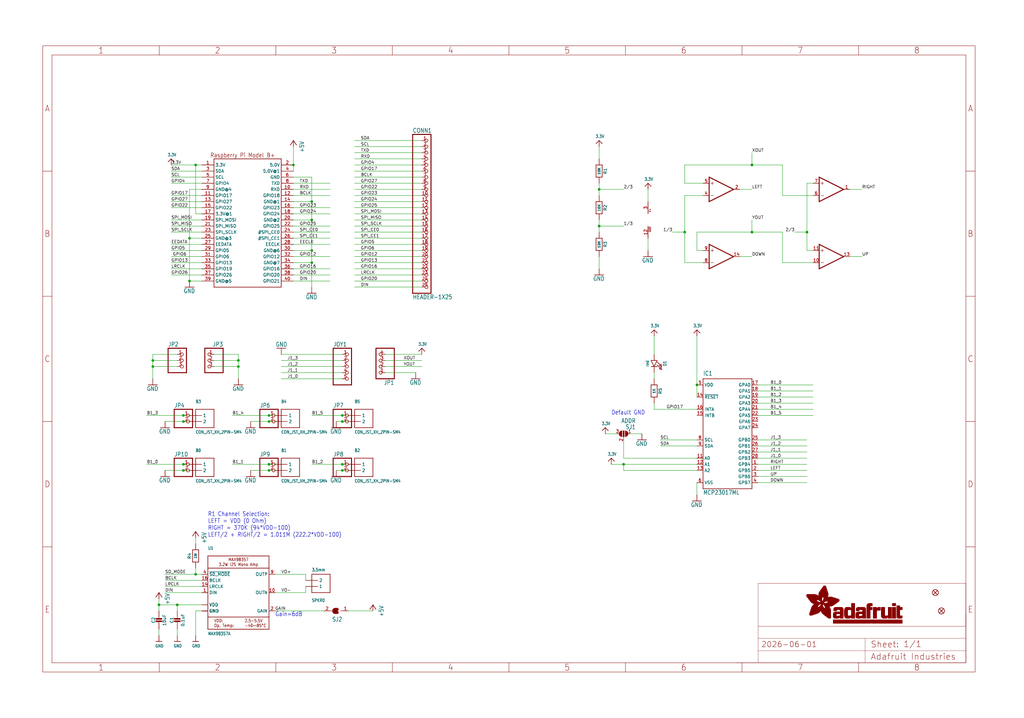
<source format=kicad_sch>
(kicad_sch (version 20230121) (generator eeschema)
  (paper "User" 425.45 298.602)
  (lib_symbols
    (symbol "working-eagle-import:+5V" (power)
      (property "Value" "+5V" (at -2.54 -5.08 90))
      (symbol "+5V_1_0"
        (pin power_in line (at 0 -2.54 90) (length 2.54) (name "+5V") (number "1"))
      )
    )
    (symbol "working-eagle-import:3.3V" (power)
      (property "Value" "3.3V" (at -1.524 1.016 0))
      (symbol "3.3V_1_0"
        (pin power_in line (at 0 -2.54 90) (length 2.54) (name "3.3V") (number "1"))
      )
    )
    (symbol "working-eagle-import:AUDIOAMP_MAX98357"
      (property "Reference" "U" (at -12.7 17.78 0))
      (symbol "AUDIOAMP_MAX98357_1_0"
        (text "2.5-5.5V\n-40~~85°C" (at 2.54 -12.7 0) (effects (font (size 1.27 1.0795)) (justify left)))
        (text "MAX98357\n3.2W I2S Mono Amp" (at 0 12.7 0) (effects (font (size 1.27 1.0795))))
        (text "VDD:\nOp. Temp:" (at -10.16 -12.7 0) (effects (font (size 1.27 1.0795)) (justify left)))
        (pin bidirectional line (at -15.24 0 0) (length 2.54) (name "DIN") (number "1"))
        (pin output line (at 15.24 0 180) (length 2.54) (name "OUTN") (number "10"))
        (pin power_in line (at -15.24 -7.62 0) (length 2.54) (name "GND") (number "11"))
        (pin bidirectional line (at -15.24 2.54 0) (length 2.54) (name "LRCLK") (number "14"))
        (pin power_in line (at -15.24 -7.62 0) (length 2.54) (name "GND") (number "15"))
        (pin bidirectional line (at -15.24 5.08 0) (length 2.54) (name "BCLK") (number "16"))
        (pin bidirectional line (at 15.24 -7.62 180) (length 2.54) (name "GAIN") (number "2"))
        (pin power_in line (at -15.24 -7.62 0) (length 2.54) (name "GND") (number "3"))
        (pin bidirectional line (at -15.24 7.62 0) (length 2.54) (name "~{SD_MODE}") (number "4"))
        (pin power_in line (at -15.24 -5.08 0) (length 2.54) (name "VDD") (number "7"))
        (pin power_in line (at -15.24 -5.08 0) (length 2.54) (name "VDD") (number "8"))
        (pin output line (at 15.24 7.62 180) (length 2.54) (name "OUTP") (number "9"))
        (pin power_in line (at -15.24 -7.62 0) (length 2.54) (name "GND") (number "THERMAL"))
      )
    )
    (symbol "working-eagle-import:CAP_CERAMIC0603_NO"
      (property "Reference" "C" (at -2.29 1.25 90))
      (symbol "CAP_CERAMIC0603_NO_1_0"
        (pin passive line (at 0 5.08 270) (length 2.54) (name "1") (number "1"))
        (pin passive line (at 0 -2.54 90) (length 2.54) (name "2") (number "2"))
      )
    )
    (symbol "working-eagle-import:CAP_CERAMIC0805-NOOUTLINE"
      (property "Reference" "C" (at -2.29 1.25 90))
      (symbol "CAP_CERAMIC0805-NOOUTLINE_1_0"
        (pin passive line (at 0 5.08 270) (length 2.54) (name "1") (number "1"))
        (pin passive line (at 0 -2.54 90) (length 2.54) (name "2") (number "2"))
      )
    )
    (symbol "working-eagle-import:CON_JST_XH_2PIN-SM4"
      (property "Reference" "X" (at -2.54 7.62 0))
      (symbol "CON_JST_XH_2PIN-SM4_1_0"
        (pin passive line (at -5.08 2.54 0) (length 5.08) (name "1") (number "1"))
        (pin passive line (at -5.08 0 0) (length 5.08) (name "2") (number "2"))
      )
    )
    (symbol "working-eagle-import:FIDUCIAL{dblquote}{dblquote}")
    (symbol "working-eagle-import:FRAME_A3_ADAFRUIT"
      (symbol "FRAME_A3_ADAFRUIT_1_0"
        (text "${#}/${##}" (at 357.505 10.16 0) (effects (font (size 2.54 2.54)) (justify left bottom)))
        (text "${CURRENT_DATE}" (at 298.45 10.16 0) (effects (font (size 2.286 2.286)) (justify left bottom)))
        (text "${PROJECTNAME}" (at 298.45 15.24 0) (effects (font (size 2.54 2.54)) (justify left bottom)))
        (text "1" (at 24.2094 1.905 0) (effects (font (size 2.54 2.286))))
        (text "1" (at 24.2094 258.445 0) (effects (font (size 2.54 2.286))))
        (text "2" (at 72.6281 1.905 0) (effects (font (size 2.54 2.286))))
        (text "2" (at 72.6281 258.445 0) (effects (font (size 2.54 2.286))))
        (text "3" (at 121.0469 1.905 0) (effects (font (size 2.54 2.286))))
        (text "3" (at 121.0469 258.445 0) (effects (font (size 2.54 2.286))))
        (text "4" (at 169.4656 1.905 0) (effects (font (size 2.54 2.286))))
        (text "4" (at 169.4656 258.445 0) (effects (font (size 2.54 2.286))))
        (text "5" (at 217.8844 1.905 0) (effects (font (size 2.54 2.286))))
        (text "5" (at 217.8844 258.445 0) (effects (font (size 2.54 2.286))))
        (text "6" (at 266.3031 1.905 0) (effects (font (size 2.54 2.286))))
        (text "6" (at 266.3031 258.445 0) (effects (font (size 2.54 2.286))))
        (text "7" (at 314.7219 1.905 0) (effects (font (size 2.54 2.286))))
        (text "7" (at 314.7219 258.445 0) (effects (font (size 2.54 2.286))))
        (text "8" (at 363.1406 1.905 0) (effects (font (size 2.54 2.286))))
        (text "8" (at 363.1406 258.445 0) (effects (font (size 2.54 2.286))))
        (text "A" (at 1.905 234.315 0) (effects (font (size 2.54 2.286))))
        (text "A" (at 385.445 234.315 0) (effects (font (size 2.54 2.286))))
        (text "Adafruit Industries" (at 343.916 4.953 0) (effects (font (size 2.54 2.54)) (justify left bottom)))
        (text "B" (at 1.905 182.245 0) (effects (font (size 2.54 2.286))))
        (text "B" (at 385.445 182.245 0) (effects (font (size 2.54 2.286))))
        (text "C" (at 1.905 130.175 0) (effects (font (size 2.54 2.286))))
        (text "C" (at 385.445 130.175 0) (effects (font (size 2.54 2.286))))
        (text "D" (at 1.905 78.105 0) (effects (font (size 2.54 2.286))))
        (text "D" (at 385.445 78.105 0) (effects (font (size 2.54 2.286))))
        (text "E" (at 1.905 26.035 0) (effects (font (size 2.54 2.286))))
        (text "E" (at 385.445 26.035 0) (effects (font (size 2.54 2.286))))
        (text "Sheet:" (at 343.916 10.033 0) (effects (font (size 2.54 2.54)) (justify left bottom)))
      )
    )
    (symbol "working-eagle-import:GND" (power)
      (property "Value" "GND" (at -1.524 -2.54 0))
      (symbol "GND_1_0"
        (pin power_in line (at 0 2.54 270) (length 2.54) (name "GND") (number "1"))
      )
    )
    (symbol "working-eagle-import:HEADER-1X2"
      (property "Reference" "JP" (at -6.35 5.715 0))
      (symbol "HEADER-1X2_1_0"
        (pin passive inverted (at -2.54 2.54 0) (length 2.54) (name "1") (number "1"))
        (pin passive inverted (at -2.54 0 0) (length 2.54) (name "2") (number "2"))
      )
    )
    (symbol "working-eagle-import:HEADER-1X25"
      (property "Reference" "CONN" (at -3.81 33.655 0))
      (symbol "HEADER-1X25_1_0"
        (pin passive inverted (at 0 30.48 0) (length 2.54) (name "1") (number "1"))
        (pin passive inverted (at 0 7.62 0) (length 2.54) (name "10") (number "10"))
        (pin passive inverted (at 0 5.08 0) (length 2.54) (name "11") (number "11"))
        (pin passive inverted (at 0 2.54 0) (length 2.54) (name "12") (number "12"))
        (pin passive inverted (at 0 0 0) (length 2.54) (name "13") (number "13"))
        (pin passive inverted (at 0 -2.54 0) (length 2.54) (name "14") (number "14"))
        (pin passive inverted (at 0 -5.08 0) (length 2.54) (name "15") (number "15"))
        (pin passive inverted (at 0 -7.62 0) (length 2.54) (name "16") (number "16"))
        (pin passive inverted (at 0 -10.16 0) (length 2.54) (name "17") (number "17"))
        (pin passive inverted (at 0 -12.7 0) (length 2.54) (name "18") (number "18"))
        (pin passive inverted (at 0 -15.24 0) (length 2.54) (name "19") (number "19"))
        (pin passive inverted (at 0 27.94 0) (length 2.54) (name "2") (number "2"))
        (pin passive inverted (at 0 -17.78 0) (length 2.54) (name "20") (number "20"))
        (pin passive inverted (at 0 -20.32 0) (length 2.54) (name "21") (number "21"))
        (pin passive inverted (at 0 -22.86 0) (length 2.54) (name "22") (number "22"))
        (pin passive inverted (at 0 -25.4 0) (length 2.54) (name "23") (number "23"))
        (pin passive inverted (at 0 -27.94 0) (length 2.54) (name "24") (number "24"))
        (pin passive inverted (at 0 -30.48 0) (length 2.54) (name "25") (number "25"))
        (pin passive inverted (at 0 25.4 0) (length 2.54) (name "3") (number "3"))
        (pin passive inverted (at 0 22.86 0) (length 2.54) (name "4") (number "4"))
        (pin passive inverted (at 0 20.32 0) (length 2.54) (name "5") (number "5"))
        (pin passive inverted (at 0 17.78 0) (length 2.54) (name "6") (number "6"))
        (pin passive inverted (at 0 15.24 0) (length 2.54) (name "7") (number "7"))
        (pin passive inverted (at 0 12.7 0) (length 2.54) (name "8") (number "8"))
        (pin passive inverted (at 0 10.16 0) (length 2.54) (name "9") (number "9"))
      )
    )
    (symbol "working-eagle-import:HEADER-1X3ROUND"
      (property "Reference" "JP" (at -6.35 5.715 0))
      (symbol "HEADER-1X3ROUND_1_0"
        (pin passive inverted (at -2.54 2.54 0) (length 2.54) (name "1") (number "1"))
        (pin passive inverted (at -2.54 0 0) (length 2.54) (name "2") (number "2"))
        (pin passive inverted (at -2.54 -2.54 0) (length 2.54) (name "3") (number "3"))
      )
    )
    (symbol "working-eagle-import:HEADER-1X4"
      (property "Reference" "JP" (at -6.35 8.255 0))
      (symbol "HEADER-1X4_1_0"
        (pin passive inverted (at -2.54 5.08 0) (length 2.54) (name "1") (number "1"))
        (pin passive inverted (at -2.54 2.54 0) (length 2.54) (name "2") (number "2"))
        (pin passive inverted (at -2.54 0 0) (length 2.54) (name "3") (number "3"))
        (pin passive inverted (at -2.54 -2.54 0) (length 2.54) (name "4") (number "4"))
      )
    )
    (symbol "working-eagle-import:HEADER-1X5"
      (property "Reference" "JP" (at -6.35 8.255 0))
      (symbol "HEADER-1X5_1_0"
        (pin passive inverted (at -2.54 5.08 0) (length 2.54) (name "1") (number "1"))
        (pin passive inverted (at -2.54 2.54 0) (length 2.54) (name "2") (number "2"))
        (pin passive inverted (at -2.54 0 0) (length 2.54) (name "3") (number "3"))
        (pin passive inverted (at -2.54 -2.54 0) (length 2.54) (name "4") (number "4"))
        (pin passive inverted (at -2.54 -5.08 0) (length 2.54) (name "5") (number "5"))
      )
    )
    (symbol "working-eagle-import:LED0805_NOOUTLINE"
      (property "Reference" "D" (at -1.27 4.445 0))
      (symbol "LED0805_NOOUTLINE_1_0"
        (pin passive line (at -5.08 0 0) (length 2.54) (name "A") (number "A"))
        (pin passive line (at 2.54 0 180) (length 2.54) (name "C") (number "C"))
      )
    )
    (symbol "working-eagle-import:LM339P"
      (symbol "LM339P_1_0"
        (text "GND" (at 1.27 -5.08 900) (effects (font (size 0.8128 0.6908)) (justify left bottom)))
        (text "V+" (at 1.27 3.175 900) (effects (font (size 0.8128 0.6908)) (justify left bottom)))
        (pin power_in line (at 0 -7.62 90) (length 5.08) (name "GND") (number "12"))
        (pin power_in line (at 0 7.62 270) (length 5.08) (name "V+") (number "3"))
      )
      (symbol "LM339P_2_0"
        (pin open_collector line (at 7.62 0 180) (length 2.54) (name "OUT") (number "2"))
        (pin input line (at -7.62 -2.54 0) (length 2.54) (name "-IN") (number "4"))
        (pin input line (at -7.62 2.54 0) (length 2.54) (name "+IN") (number "5"))
      )
      (symbol "LM339P_3_0"
        (pin open_collector line (at 7.62 0 180) (length 2.54) (name "OUT") (number "1"))
        (pin input line (at -7.62 -2.54 0) (length 2.54) (name "-IN") (number "6"))
        (pin input line (at -7.62 2.54 0) (length 2.54) (name "+IN") (number "7"))
      )
      (symbol "LM339P_4_0"
        (pin open_collector line (at 7.62 0 180) (length 2.54) (name "OUT") (number "14"))
        (pin input line (at -7.62 -2.54 0) (length 2.54) (name "-IN") (number "8"))
        (pin input line (at -7.62 2.54 0) (length 2.54) (name "+IN") (number "9"))
      )
      (symbol "LM339P_5_0"
        (pin input line (at -7.62 -2.54 0) (length 2.54) (name "-IN") (number "10"))
        (pin input line (at -7.62 2.54 0) (length 2.54) (name "+IN") (number "11"))
        (pin open_collector line (at 7.62 0 180) (length 2.54) (name "OUT") (number "13"))
      )
    )
    (symbol "working-eagle-import:MCP23017ML"
      (property "Reference" "IC" (at -10.16 24.13 0))
      (symbol "MCP23017ML_1_0"
        (pin bidirectional line (at 12.7 -12.7 180) (length 2.54) (name "GPB4") (number "1"))
        (pin input line (at -12.7 -10.16 0) (length 2.54) (name "A0") (number "11"))
        (pin input line (at -12.7 -12.7 0) (length 2.54) (name "A1") (number "12"))
        (pin input line (at -12.7 -15.24 0) (length 2.54) (name "A2") (number "13"))
        (pin input line (at -12.7 15.24 0) (length 2.54) (name "~{RESET}") (number "14"))
        (pin output line (at -12.7 7.62 0) (length 2.54) (name "INTB") (number "15"))
        (pin output line (at -12.7 10.16 0) (length 2.54) (name "INTA") (number "16"))
        (pin bidirectional line (at 12.7 20.32 180) (length 2.54) (name "GPA0") (number "17"))
        (pin bidirectional line (at 12.7 17.78 180) (length 2.54) (name "GPA1") (number "18"))
        (pin bidirectional line (at 12.7 15.24 180) (length 2.54) (name "GPA2") (number "19"))
        (pin bidirectional line (at 12.7 -15.24 180) (length 2.54) (name "GPB5") (number "2"))
        (pin bidirectional line (at 12.7 12.7 180) (length 2.54) (name "GPA3") (number "20"))
        (pin bidirectional line (at 12.7 10.16 180) (length 2.54) (name "GPA4") (number "21"))
        (pin bidirectional line (at 12.7 7.62 180) (length 2.54) (name "GPA5") (number "22"))
        (pin bidirectional line (at 12.7 5.08 180) (length 2.54) (name "GPA6") (number "23"))
        (pin bidirectional line (at 12.7 2.54 180) (length 2.54) (name "GPA7") (number "24"))
        (pin bidirectional line (at 12.7 -2.54 180) (length 2.54) (name "GPB0") (number "25"))
        (pin bidirectional line (at 12.7 -5.08 180) (length 2.54) (name "GPB1") (number "26"))
        (pin bidirectional line (at 12.7 -7.62 180) (length 2.54) (name "GPB2") (number "27"))
        (pin bidirectional line (at 12.7 -10.16 180) (length 2.54) (name "GPB3") (number "28"))
        (pin bidirectional line (at 12.7 -17.78 180) (length 2.54) (name "GPB6") (number "3"))
        (pin bidirectional line (at 12.7 -20.32 180) (length 2.54) (name "GPB7") (number "4"))
        (pin power_in line (at -12.7 20.32 0) (length 2.54) (name "VDD") (number "5"))
        (pin power_in line (at -12.7 -20.32 0) (length 2.54) (name "VSS") (number "6"))
        (pin input line (at -12.7 -2.54 0) (length 2.54) (name "SCL") (number "8"))
        (pin bidirectional line (at -12.7 -5.08 0) (length 2.54) (name "SDA") (number "9"))
      )
    )
    (symbol "working-eagle-import:RASPBERRYPI_BPLUS_PHAT"
      (symbol "RASPBERRYPI_BPLUS_PHAT_1_0"
        (text "Raspberry Pi Model B+" (at 12.7 25.4 0) (effects (font (size 1.778 1.5113)) (justify right top)))
        (pin power_in line (at -17.78 20.32 0) (length 5.08) (name "3.3V") (number "1"))
        (pin bidirectional line (at 20.32 10.16 180) (length 5.08) (name "RXD") (number "10"))
        (pin bidirectional line (at -17.78 7.62 0) (length 5.08) (name "GPIO17") (number "11"))
        (pin bidirectional line (at 20.32 7.62 180) (length 5.08) (name "GPIO18") (number "12"))
        (pin bidirectional line (at -17.78 5.08 0) (length 5.08) (name "GPIO27") (number "13"))
        (pin power_in line (at 20.32 5.08 180) (length 5.08) (name "GND@1") (number "14"))
        (pin bidirectional line (at -17.78 2.54 0) (length 5.08) (name "GPIO22") (number "15"))
        (pin bidirectional line (at 20.32 2.54 180) (length 5.08) (name "GPIO23") (number "16"))
        (pin power_in line (at -17.78 0 0) (length 5.08) (name "3.3V@1") (number "17"))
        (pin bidirectional line (at 20.32 0 180) (length 5.08) (name "GPIO24") (number "18"))
        (pin bidirectional line (at -17.78 -2.54 0) (length 5.08) (name "SPI_MOSI") (number "19"))
        (pin power_in line (at 20.32 20.32 180) (length 5.08) (name "5.0V") (number "2"))
        (pin power_in line (at 20.32 -2.54 180) (length 5.08) (name "GND@2") (number "20"))
        (pin bidirectional line (at -17.78 -5.08 0) (length 5.08) (name "SPI_MISO") (number "21"))
        (pin bidirectional line (at 20.32 -5.08 180) (length 5.08) (name "GPIO25") (number "22"))
        (pin bidirectional line (at -17.78 -7.62 0) (length 5.08) (name "SPI_SCLK") (number "23"))
        (pin bidirectional line (at 20.32 -7.62 180) (length 5.08) (name "#SPI_CE0") (number "24"))
        (pin power_in line (at -17.78 -10.16 0) (length 5.08) (name "GND@3") (number "25"))
        (pin bidirectional line (at 20.32 -10.16 180) (length 5.08) (name "#SPI_CE1") (number "26"))
        (pin bidirectional line (at -17.78 -12.7 0) (length 5.08) (name "EEDATA") (number "27"))
        (pin bidirectional line (at 20.32 -12.7 180) (length 5.08) (name "EECLK") (number "28"))
        (pin bidirectional line (at -17.78 -15.24 0) (length 5.08) (name "GPIO5") (number "29"))
        (pin bidirectional line (at -17.78 17.78 0) (length 5.08) (name "SDA") (number "3"))
        (pin power_in line (at 20.32 -15.24 180) (length 5.08) (name "GND@6") (number "30"))
        (pin bidirectional line (at -17.78 -17.78 0) (length 5.08) (name "GPIO6") (number "31"))
        (pin bidirectional line (at 20.32 -17.78 180) (length 5.08) (name "GPIO12") (number "32"))
        (pin bidirectional line (at -17.78 -20.32 0) (length 5.08) (name "GPIO13") (number "33"))
        (pin power_in line (at 20.32 -20.32 180) (length 5.08) (name "GND@7") (number "34"))
        (pin bidirectional line (at -17.78 -22.86 0) (length 5.08) (name "GPIO19") (number "35"))
        (pin bidirectional line (at 20.32 -22.86 180) (length 5.08) (name "GPIO16") (number "36"))
        (pin bidirectional line (at -17.78 -25.4 0) (length 5.08) (name "GPIO26") (number "37"))
        (pin bidirectional line (at 20.32 -25.4 180) (length 5.08) (name "GPIO20") (number "38"))
        (pin power_in line (at -17.78 -27.94 0) (length 5.08) (name "GND@5") (number "39"))
        (pin power_in line (at 20.32 17.78 180) (length 5.08) (name "5.0V@1") (number "4"))
        (pin bidirectional line (at 20.32 -27.94 180) (length 5.08) (name "GPIO21") (number "40"))
        (pin bidirectional line (at -17.78 15.24 0) (length 5.08) (name "SCL") (number "5"))
        (pin power_in line (at 20.32 15.24 180) (length 5.08) (name "GND") (number "6"))
        (pin bidirectional line (at -17.78 12.7 0) (length 5.08) (name "GPIO4") (number "7"))
        (pin bidirectional line (at 20.32 12.7 180) (length 5.08) (name "TXD") (number "8"))
        (pin power_in line (at -17.78 10.16 0) (length 5.08) (name "GND@4") (number "9"))
      )
    )
    (symbol "working-eagle-import:RESISTOR0805_10MGAP"
      (property "Reference" "R" (at 0 2.54 0))
      (symbol "RESISTOR0805_10MGAP_1_0"
        (pin passive line (at -5.08 0 0) (length 2.54) (name "1") (number "1"))
        (pin passive line (at 5.08 0 180) (length 2.54) (name "2") (number "2"))
      )
    )
    (symbol "working-eagle-import:RESISTOR0805_NOOUTLINE"
      (property "Reference" "R" (at 0 2.54 0))
      (symbol "RESISTOR0805_NOOUTLINE_1_0"
        (pin passive line (at -5.08 0 0) (length 2.54) (name "1") (number "1"))
        (pin passive line (at 5.08 0 180) (length 2.54) (name "2") (number "2"))
      )
    )
    (symbol "working-eagle-import:RESISTOR_0603_NOOUT"
      (property "Reference" "R" (at 0 2.54 0))
      (symbol "RESISTOR_0603_NOOUT_1_0"
        (pin passive line (at -5.08 0 0) (length 2.54) (name "1") (number "1"))
        (pin passive line (at 5.08 0 180) (length 2.54) (name "2") (number "2"))
      )
    )
    (symbol "working-eagle-import:SOLDERJUMPERCLOSED"
      (property "Reference" "SJ" (at -2.54 2.54 0))
      (symbol "SOLDERJUMPERCLOSED_1_0"
        (pin passive line (at -5.08 0 0) (length 2.54) (name "1") (number "1"))
        (pin passive line (at 5.08 0 180) (length 2.54) (name "2") (number "2"))
      )
    )
    (symbol "working-eagle-import:SOLDERJUMPER_2WAY"
      (property "Reference" "SJ" (at -5.08 -3.81 0))
      (symbol "SOLDERJUMPER_2WAY_1_0"
        (pin passive line (at -2.54 0 0) (length 0) (name "1") (number "1"))
        (pin passive line (at 0 2.54 270) (length 0) (name "2") (number "2"))
        (pin passive line (at 2.54 0 180) (length 0) (name "3") (number "3"))
      )
    )
    (symbol "working-eagle-import:TERMBLOCK_1X2"
      (property "Reference" "X" (at -2.54 7.62 0))
      (symbol "TERMBLOCK_1X2_1_0"
        (pin passive line (at -5.08 2.54 0) (length 5.08) (name "1") (number "1"))
        (pin passive line (at -5.08 0 0) (length 5.08) (name "2") (number "2"))
      )
    )
    (symbol "working-eagle-import:supply1_GND" (power)
      (property "Value" "supply1_GND" (at -2.54 -2.54 0))
      (symbol "supply1_GND_1_0"
        (pin power_in line (at 0 2.54 270) (length 2.54) (name "GND") (number "1"))
      )
    )
  )
  (junction (at 142.24 175.26))
  (junction (at 129.54 83.82))
  (junction (at 76.2 195.58))
  (junction (at 289.56 160.02))
  (junction (at 129.54 91.44))
  (junction (at 99.06 149.86))
  (junction (at 81.28 238.76))
  (junction (at 76.2 172.72))
  (junction (at 99.06 152.4))
  (junction (at 312.42 68.58))
  (junction (at 142.24 172.72))
  (junction (at 63.5 149.86))
  (junction (at 76.2 193.04))
  (junction (at 312.42 96.52))
  (junction (at 73.66 251.46))
  (junction (at 284.48 96.52))
  (junction (at 78.74 99.06))
  (junction (at 335.28 96.52))
  (junction (at 129.54 104.14))
  (junction (at 129.54 109.22))
  (junction (at 66.04 251.46))
  (junction (at 111.76 193.04))
  (junction (at 142.24 195.58))
  (junction (at 142.24 193.04))
  (junction (at 248.92 78.74))
  (junction (at 248.92 93.98))
  (junction (at 63.5 152.4))
  (junction (at 259.08 193.04))
  (junction (at 111.76 175.26))
  (junction (at 78.74 116.84))
  (junction (at 111.76 172.72))
  (junction (at 81.28 68.58))
  (junction (at 111.76 195.58))
  (junction (at 76.2 175.26))
  (junction (at 121.92 68.58))
  (wire (pts (xy 99.06 149.86) (xy 99.06 147.32)) (stroke (width 0.1524)))
  (wire (pts (xy 88.9 149.86) (xy 99.06 149.86)) (stroke (width 0.1524)))
  (wire (pts (xy 121.92 73.66) (xy 129.54 73.66)) (stroke (width 0.1524)))
  (wire (pts (xy 73.66 251.46) (xy 66.04 251.46)) (stroke (width 0.1524)))
  (wire (pts (xy 71.12 109.22) (xy 83.82 109.22)) (stroke (width 0.1524)))
  (wire (pts (xy 129.54 83.82) (xy 129.54 91.44)) (stroke (width 0.1524)))
  (wire (pts (xy 121.92 106.68) (xy 137.16 106.68)) (stroke (width 0.1524)))
  (wire (pts (xy 114.3 238.76) (xy 127 238.76)) (stroke (width 0.1524)))
  (wire (pts (xy 312.42 63.5) (xy 312.42 68.58)) (stroke (width 0.1524)))
  (wire (pts (xy 121.92 86.36) (xy 137.16 86.36)) (stroke (width 0.1524)))
  (wire (pts (xy 63.5 152.4) (xy 63.5 149.86)) (stroke (width 0.1524)))
  (wire (pts (xy 175.26 76.2) (xy 147.32 76.2)) (stroke (width 0.1524)))
  (wire (pts (xy 121.92 104.14) (xy 129.54 104.14)) (stroke (width 0.1524)))
  (wire (pts (xy 76.2 172.72) (xy 60.96 172.72)) (stroke (width 0.1524)))
  (wire (pts (xy 116.84 147.32) (xy 142.24 147.32)) (stroke (width 0.1524)))
  (wire (pts (xy 116.84 154.94) (xy 142.24 154.94)) (stroke (width 0.1524)))
  (wire (pts (xy 129.54 73.66) (xy 129.54 83.82)) (stroke (width 0.1524)))
  (wire (pts (xy 73.66 149.86) (xy 63.5 149.86)) (stroke (width 0.1524)))
  (wire (pts (xy 142.24 172.72) (xy 144.78 172.72)) (stroke (width 0.1524)))
  (wire (pts (xy 259.08 78.74) (xy 248.92 78.74)) (stroke (width 0.1524)))
  (wire (pts (xy 111.76 195.58) (xy 104.14 195.58)) (stroke (width 0.1524)))
  (wire (pts (xy 284.48 81.28) (xy 284.48 96.52)) (stroke (width 0.1524)))
  (wire (pts (xy 81.28 226.06) (xy 81.28 223.52)) (stroke (width 0.1524)))
  (wire (pts (xy 71.12 104.14) (xy 83.82 104.14)) (stroke (width 0.1524)))
  (wire (pts (xy 147.32 104.14) (xy 175.26 104.14)) (stroke (width 0.1524)))
  (wire (pts (xy 96.52 172.72) (xy 111.76 172.72)) (stroke (width 0.1524)))
  (wire (pts (xy 259.08 193.04) (xy 289.56 193.04)) (stroke (width 0.1524)))
  (wire (pts (xy 147.32 60.96) (xy 175.26 60.96)) (stroke (width 0.1524)))
  (wire (pts (xy 142.24 195.58) (xy 139.7 195.58)) (stroke (width 0.1524)))
  (wire (pts (xy 271.78 154.94) (xy 271.78 157.48)) (stroke (width 0.1524)))
  (wire (pts (xy 121.92 83.82) (xy 129.54 83.82)) (stroke (width 0.1524)))
  (wire (pts (xy 129.54 104.14) (xy 129.54 109.22)) (stroke (width 0.1524)))
  (wire (pts (xy 289.56 139.7) (xy 289.56 160.02)) (stroke (width 0.1524)))
  (wire (pts (xy 144.78 195.58) (xy 142.24 195.58)) (stroke (width 0.1524)))
  (wire (pts (xy 307.34 78.74) (xy 312.42 78.74)) (stroke (width 0.1524)))
  (wire (pts (xy 68.58 195.58) (xy 76.2 195.58)) (stroke (width 0.1524)))
  (wire (pts (xy 314.96 187.96) (xy 335.28 187.96)) (stroke (width 0.1524)))
  (wire (pts (xy 111.76 193.04) (xy 96.52 193.04)) (stroke (width 0.1524)))
  (wire (pts (xy 314.96 182.88) (xy 335.28 182.88)) (stroke (width 0.1524)))
  (wire (pts (xy 76.2 193.04) (xy 60.96 193.04)) (stroke (width 0.1524)))
  (wire (pts (xy 261.62 180.34) (xy 266.7 180.34)) (stroke (width 0.1524)))
  (wire (pts (xy 175.26 63.5) (xy 147.32 63.5)) (stroke (width 0.1524)))
  (wire (pts (xy 63.5 149.86) (xy 63.5 147.32)) (stroke (width 0.1524)))
  (wire (pts (xy 292.1 104.14) (xy 289.56 104.14)) (stroke (width 0.1524)))
  (wire (pts (xy 121.92 68.58) (xy 121.92 60.96)) (stroke (width 0.1524)))
  (wire (pts (xy 175.26 96.52) (xy 147.32 96.52)) (stroke (width 0.1524)))
  (wire (pts (xy 129.54 109.22) (xy 129.54 119.38)) (stroke (width 0.1524)))
  (wire (pts (xy 284.48 68.58) (xy 312.42 68.58)) (stroke (width 0.1524)))
  (wire (pts (xy 314.96 200.66) (xy 335.28 200.66)) (stroke (width 0.1524)))
  (wire (pts (xy 314.96 162.56) (xy 337.82 162.56)) (stroke (width 0.1524)))
  (wire (pts (xy 325.12 68.58) (xy 325.12 81.28)) (stroke (width 0.1524)))
  (wire (pts (xy 83.82 101.6) (xy 71.12 101.6)) (stroke (width 0.1524)))
  (wire (pts (xy 353.06 106.68) (xy 358.14 106.68)) (stroke (width 0.1524)))
  (wire (pts (xy 259.08 195.58) (xy 259.08 193.04)) (stroke (width 0.1524)))
  (wire (pts (xy 147.32 71.12) (xy 175.26 71.12)) (stroke (width 0.1524)))
  (wire (pts (xy 274.32 185.42) (xy 289.56 185.42)) (stroke (width 0.1524)))
  (wire (pts (xy 256.54 180.34) (xy 251.46 180.34)) (stroke (width 0.1524)))
  (wire (pts (xy 81.28 238.76) (xy 81.28 236.22)) (stroke (width 0.1524)))
  (wire (pts (xy 66.04 251.46) (xy 66.04 248.92)) (stroke (width 0.1524)))
  (wire (pts (xy 289.56 104.14) (xy 289.56 96.52)) (stroke (width 0.1524)))
  (wire (pts (xy 314.96 160.02) (xy 337.82 160.02)) (stroke (width 0.1524)))
  (wire (pts (xy 175.26 101.6) (xy 147.32 101.6)) (stroke (width 0.1524)))
  (wire (pts (xy 147.32 78.74) (xy 175.26 78.74)) (stroke (width 0.1524)))
  (wire (pts (xy 175.26 81.28) (xy 147.32 81.28)) (stroke (width 0.1524)))
  (wire (pts (xy 259.08 190.5) (xy 289.56 190.5)) (stroke (width 0.1524)))
  (wire (pts (xy 314.96 165.1) (xy 337.82 165.1)) (stroke (width 0.1524)))
  (wire (pts (xy 83.82 243.84) (xy 68.58 243.84)) (stroke (width 0.1524)))
  (wire (pts (xy 83.82 76.2) (xy 71.12 76.2)) (stroke (width 0.1524)))
  (wire (pts (xy 66.04 254) (xy 66.04 251.46)) (stroke (width 0.1524)))
  (wire (pts (xy 83.82 71.12) (xy 71.12 71.12)) (stroke (width 0.1524)))
  (wire (pts (xy 284.48 76.2) (xy 284.48 68.58)) (stroke (width 0.1524)))
  (wire (pts (xy 160.02 149.86) (xy 175.26 149.86)) (stroke (width 0.1524)))
  (wire (pts (xy 121.92 116.84) (xy 137.16 116.84)) (stroke (width 0.1524)))
  (wire (pts (xy 63.5 147.32) (xy 73.66 147.32)) (stroke (width 0.1524)))
  (wire (pts (xy 175.26 91.44) (xy 147.32 91.44)) (stroke (width 0.1524)))
  (wire (pts (xy 121.92 114.3) (xy 137.16 114.3)) (stroke (width 0.1524)))
  (wire (pts (xy 160.02 154.94) (xy 172.72 154.94)) (stroke (width 0.1524)))
  (wire (pts (xy 78.74 99.06) (xy 78.74 116.84)) (stroke (width 0.1524)))
  (wire (pts (xy 83.82 86.36) (xy 71.12 86.36)) (stroke (width 0.1524)))
  (wire (pts (xy 104.14 175.26) (xy 111.76 175.26)) (stroke (width 0.1524)))
  (wire (pts (xy 144.78 254) (xy 154.94 254)) (stroke (width 0.1524)))
  (wire (pts (xy 271.78 167.64) (xy 271.78 170.18)) (stroke (width 0.1524)))
  (wire (pts (xy 314.96 172.72) (xy 337.82 172.72)) (stroke (width 0.1524)))
  (wire (pts (xy 142.24 152.4) (xy 116.84 152.4)) (stroke (width 0.1524)))
  (wire (pts (xy 147.32 114.3) (xy 175.26 114.3)) (stroke (width 0.1524)))
  (wire (pts (xy 147.32 93.98) (xy 175.26 93.98)) (stroke (width 0.1524)))
  (wire (pts (xy 248.92 60.96) (xy 248.92 66.04)) (stroke (width 0.1524)))
  (wire (pts (xy 78.74 78.74) (xy 83.82 78.74)) (stroke (width 0.1524)))
  (wire (pts (xy 147.32 119.38) (xy 175.26 119.38)) (stroke (width 0.1524)))
  (wire (pts (xy 114.3 254) (xy 134.62 254)) (stroke (width 0.1524)))
  (wire (pts (xy 71.12 106.68) (xy 83.82 106.68)) (stroke (width 0.1524)))
  (wire (pts (xy 284.48 96.52) (xy 279.4 96.52)) (stroke (width 0.1524)))
  (wire (pts (xy 259.08 193.04) (xy 254 193.04)) (stroke (width 0.1524)))
  (wire (pts (xy 284.48 109.22) (xy 292.1 109.22)) (stroke (width 0.1524)))
  (wire (pts (xy 175.26 152.4) (xy 160.02 152.4)) (stroke (width 0.1524)))
  (wire (pts (xy 353.06 78.74) (xy 358.14 78.74)) (stroke (width 0.1524)))
  (wire (pts (xy 147.32 109.22) (xy 175.26 109.22)) (stroke (width 0.1524)))
  (wire (pts (xy 78.74 172.72) (xy 76.2 172.72)) (stroke (width 0.1524)))
  (wire (pts (xy 121.92 109.22) (xy 129.54 109.22)) (stroke (width 0.1524)))
  (wire (pts (xy 99.06 152.4) (xy 99.06 149.86)) (stroke (width 0.1524)))
  (wire (pts (xy 259.08 93.98) (xy 248.92 93.98)) (stroke (width 0.1524)))
  (wire (pts (xy 289.56 170.18) (xy 271.78 170.18)) (stroke (width 0.1524)))
  (wire (pts (xy 142.24 175.26) (xy 144.78 175.26)) (stroke (width 0.1524)))
  (wire (pts (xy 68.58 175.26) (xy 76.2 175.26)) (stroke (width 0.1524)))
  (wire (pts (xy 312.42 96.52) (xy 325.12 96.52)) (stroke (width 0.1524)))
  (wire (pts (xy 81.28 68.58) (xy 71.12 68.58)) (stroke (width 0.1524)))
  (wire (pts (xy 71.12 111.76) (xy 83.82 111.76)) (stroke (width 0.1524)))
  (wire (pts (xy 83.82 73.66) (xy 71.12 73.66)) (stroke (width 0.1524)))
  (wire (pts (xy 73.66 254) (xy 73.66 251.46)) (stroke (width 0.1524)))
  (wire (pts (xy 325.12 81.28) (xy 337.82 81.28)) (stroke (width 0.1524)))
  (wire (pts (xy 139.7 175.26) (xy 142.24 175.26)) (stroke (width 0.1524)))
  (wire (pts (xy 121.92 96.52) (xy 137.16 96.52)) (stroke (width 0.1524)))
  (wire (pts (xy 175.26 116.84) (xy 147.32 116.84)) (stroke (width 0.1524)))
  (wire (pts (xy 71.12 96.52) (xy 83.82 96.52)) (stroke (width 0.1524)))
  (wire (pts (xy 271.78 147.32) (xy 271.78 139.7)) (stroke (width 0.1524)))
  (wire (pts (xy 248.92 76.2) (xy 248.92 78.74)) (stroke (width 0.1524)))
  (wire (pts (xy 81.28 88.9) (xy 81.28 68.58)) (stroke (width 0.1524)))
  (wire (pts (xy 269.24 99.06) (xy 269.24 104.14)) (stroke (width 0.1524)))
  (wire (pts (xy 78.74 193.04) (xy 76.2 193.04)) (stroke (width 0.1524)))
  (wire (pts (xy 71.12 83.82) (xy 83.82 83.82)) (stroke (width 0.1524)))
  (wire (pts (xy 129.54 172.72) (xy 142.24 172.72)) (stroke (width 0.1524)))
  (wire (pts (xy 147.32 73.66) (xy 175.26 73.66)) (stroke (width 0.1524)))
  (wire (pts (xy 337.82 76.2) (xy 335.28 76.2)) (stroke (width 0.1524)))
  (wire (pts (xy 121.92 93.98) (xy 137.16 93.98)) (stroke (width 0.1524)))
  (wire (pts (xy 63.5 152.4) (xy 63.5 157.48)) (stroke (width 0.1524)))
  (wire (pts (xy 144.78 193.04) (xy 142.24 193.04)) (stroke (width 0.1524)))
  (wire (pts (xy 248.92 91.44) (xy 248.92 93.98)) (stroke (width 0.1524)))
  (wire (pts (xy 121.92 76.2) (xy 137.16 76.2)) (stroke (width 0.1524)))
  (wire (pts (xy 121.92 81.28) (xy 137.16 81.28)) (stroke (width 0.1524)))
  (wire (pts (xy 289.56 195.58) (xy 259.08 195.58)) (stroke (width 0.1524)))
  (wire (pts (xy 99.06 152.4) (xy 99.06 157.48)) (stroke (width 0.1524)))
  (wire (pts (xy 99.06 147.32) (xy 88.9 147.32)) (stroke (width 0.1524)))
  (wire (pts (xy 314.96 170.18) (xy 337.82 170.18)) (stroke (width 0.1524)))
  (wire (pts (xy 78.74 99.06) (xy 83.82 99.06)) (stroke (width 0.1524)))
  (wire (pts (xy 248.92 93.98) (xy 248.92 96.52)) (stroke (width 0.1524)))
  (wire (pts (xy 121.92 91.44) (xy 129.54 91.44)) (stroke (width 0.1524)))
  (wire (pts (xy 111.76 172.72) (xy 114.3 172.72)) (stroke (width 0.1524)))
  (wire (pts (xy 314.96 185.42) (xy 335.28 185.42)) (stroke (width 0.1524)))
  (wire (pts (xy 142.24 149.86) (xy 116.84 149.86)) (stroke (width 0.1524)))
  (wire (pts (xy 111.76 175.26) (xy 114.3 175.26)) (stroke (width 0.1524)))
  (wire (pts (xy 81.28 238.76) (xy 68.58 238.76)) (stroke (width 0.1524)))
  (wire (pts (xy 114.3 193.04) (xy 111.76 193.04)) (stroke (width 0.1524)))
  (wire (pts (xy 147.32 66.04) (xy 175.26 66.04)) (stroke (width 0.1524)))
  (wire (pts (xy 248.92 106.68) (xy 248.92 111.76)) (stroke (width 0.1524)))
  (wire (pts (xy 76.2 195.58) (xy 78.74 195.58)) (stroke (width 0.1524)))
  (wire (pts (xy 76.2 175.26) (xy 78.74 175.26)) (stroke (width 0.1524)))
  (wire (pts (xy 83.82 254) (xy 81.28 254)) (stroke (width 0.1524)))
  (wire (pts (xy 175.26 68.58) (xy 147.32 68.58)) (stroke (width 0.1524)))
  (wire (pts (xy 81.28 88.9) (xy 83.82 88.9)) (stroke (width 0.1524)))
  (wire (pts (xy 71.12 114.3) (xy 83.82 114.3)) (stroke (width 0.1524)))
  (wire (pts (xy 142.24 193.04) (xy 129.54 193.04)) (stroke (width 0.1524)))
  (wire (pts (xy 66.04 261.62) (xy 66.04 264.16)) (stroke (width 0.1524)))
  (wire (pts (xy 284.48 96.52) (xy 284.48 109.22)) (stroke (width 0.1524)))
  (wire (pts (xy 335.28 96.52) (xy 335.28 104.14)) (stroke (width 0.1524)))
  (wire (pts (xy 289.56 96.52) (xy 312.42 96.52)) (stroke (width 0.1524)))
  (wire (pts (xy 83.82 238.76) (xy 81.28 238.76)) (stroke (width 0.1524)))
  (wire (pts (xy 335.28 104.14) (xy 337.82 104.14)) (stroke (width 0.1524)))
  (wire (pts (xy 289.56 165.1) (xy 289.56 160.02)) (stroke (width 0.1524)))
  (wire (pts (xy 83.82 68.58) (xy 81.28 68.58)) (stroke (width 0.1524)))
  (wire (pts (xy 314.96 190.5) (xy 335.28 190.5)) (stroke (width 0.1524)))
  (wire (pts (xy 314.96 167.64) (xy 337.82 167.64)) (stroke (width 0.1524)))
  (wire (pts (xy 330.2 96.52) (xy 335.28 96.52)) (stroke (width 0.1524)))
  (wire (pts (xy 248.92 78.74) (xy 248.92 81.28)) (stroke (width 0.1524)))
  (wire (pts (xy 83.82 241.3) (xy 68.58 241.3)) (stroke (width 0.1524)))
  (wire (pts (xy 289.56 205.74) (xy 289.56 200.66)) (stroke (width 0.1524)))
  (wire (pts (xy 312.42 91.44) (xy 312.42 96.52)) (stroke (width 0.1524)))
  (wire (pts (xy 83.82 251.46) (xy 73.66 251.46)) (stroke (width 0.1524)))
  (wire (pts (xy 292.1 76.2) (xy 284.48 76.2)) (stroke (width 0.1524)))
  (wire (pts (xy 259.08 190.5) (xy 259.08 182.88)) (stroke (width 0.1524)))
  (wire (pts (xy 175.26 58.42) (xy 147.32 58.42)) (stroke (width 0.1524)))
  (wire (pts (xy 269.24 78.74) (xy 269.24 83.82)) (stroke (width 0.1524)))
  (wire (pts (xy 335.28 76.2) (xy 335.28 96.52)) (stroke (width 0.1524)))
  (wire (pts (xy 114.3 195.58) (xy 111.76 195.58)) (stroke (width 0.1524)))
  (wire (pts (xy 73.66 261.62) (xy 73.66 264.16)) (stroke (width 0.1524)))
  (wire (pts (xy 312.42 68.58) (xy 325.12 68.58)) (stroke (width 0.1524)))
  (wire (pts (xy 307.34 106.68) (xy 312.42 106.68)) (stroke (width 0.1524)))
  (wire (pts (xy 335.28 198.12) (xy 314.96 198.12)) (stroke (width 0.1524)))
  (wire (pts (xy 127 246.38) (xy 127 243.84)) (stroke (width 0.1524)))
  (wire (pts (xy 83.82 81.28) (xy 71.12 81.28)) (stroke (width 0.1524)))
  (wire (pts (xy 147.32 88.9) (xy 175.26 88.9)) (stroke (width 0.1524)))
  (wire (pts (xy 292.1 81.28) (xy 284.48 81.28)) (stroke (width 0.1524)))
  (wire (pts (xy 114.3 246.38) (xy 127 246.38)) (stroke (width 0.1524)))
  (wire (pts (xy 83.82 246.38) (xy 68.58 246.38)) (stroke (width 0.1524)))
  (wire (pts (xy 147.32 99.06) (xy 175.26 99.06)) (stroke (width 0.1524)))
  (wire (pts (xy 88.9 152.4) (xy 99.06 152.4)) (stroke (width 0.1524)))
  (wire (pts (xy 129.54 91.44) (xy 129.54 104.14)) (stroke (width 0.1524)))
  (wire (pts (xy 175.26 106.68) (xy 147.32 106.68)) (stroke (width 0.1524)))
  (wire (pts (xy 121.92 88.9) (xy 137.16 88.9)) (stroke (width 0.1524)))
  (wire (pts (xy 335.28 195.58) (xy 314.96 195.58)) (stroke (width 0.1524)))
  (wire (pts (xy 121.92 99.06) (xy 137.16 99.06)) (stroke (width 0.1524)))
  (wire (pts (xy 325.12 96.52) (xy 325.12 109.22)) (stroke (width 0.1524)))
  (wire (pts (xy 127 238.76) (xy 127 241.3)) (stroke (width 0.1524)))
  (wire (pts (xy 81.28 254) (xy 81.28 264.16)) (stroke (width 0.1524)))
  (wire (pts (xy 175.26 86.36) (xy 147.32 86.36)) (stroke (width 0.1524)))
  (wire (pts (xy 78.74 99.06) (xy 78.74 78.74)) (stroke (width 0.1524)))
  (wire (pts (xy 121.92 111.76) (xy 137.16 111.76)) (stroke (width 0.1524)))
  (wire (pts (xy 71.12 91.44) (xy 83.82 91.44)) (stroke (width 0.1524)))
  (wire (pts (xy 175.26 111.76) (xy 147.32 111.76)) (stroke (width 0.1524)))
  (wire (pts (xy 121.92 71.12) (xy 121.92 68.58)) (stroke (width 0.1524)))
  (wire (pts (xy 289.56 182.88) (xy 274.32 182.88)) (stroke (width 0.1524)))
  (wire (pts (xy 137.16 78.74) (xy 121.92 78.74)) (stroke (width 0.1524)))
  (wire (pts (xy 121.92 101.6) (xy 137.16 101.6)) (stroke (width 0.1524)))
  (wire (pts (xy 71.12 93.98) (xy 83.82 93.98)) (stroke (width 0.1524)))
  (wire (pts (xy 147.32 83.82) (xy 175.26 83.82)) (stroke (width 0.1524)))
  (wire (pts (xy 142.24 157.48) (xy 116.84 157.48)) (stroke (width 0.1524)))
  (wire (pts (xy 314.96 193.04) (xy 335.28 193.04)) (stroke (width 0.1524)))
  (wire (pts (xy 325.12 109.22) (xy 337.82 109.22)) (stroke (width 0.1524)))
  (wire (pts (xy 73.66 152.4) (xy 63.5 152.4)) (stroke (width 0.1524)))
  (wire (pts (xy 83.82 116.84) (xy 78.74 116.84)) (stroke (width 0.1524)))
  (wire (pts (xy 160.02 147.32) (xy 175.26 147.32)) (stroke (width 0.1524)))
  (text "Default GND" (at 254 172.72 0) (effects (font (size 1.778 1.5113)) (justify left bottom)))
  (text "R1 Channel Selection:\nLEFT = VDD (0 Ohm)\nRIGHT = 370K (94*VDD-100)\nLEFT/2 + RIGHT/2 = 1.011M (222.2*VDD-100)" (at 86.36 223.52 0) (effects (font (size 1.778 1.5113)) (justify left bottom)))
  (text "Gain=6dB" (at 114.3 256.54 0) (effects (font (size 1.778 1.5113)) (justify left bottom)))
  (label "GPIO16" (at 124.46 111.76 0) (effects (font (size 1.2446 1.2446))))
  (label "BCLK" (at 124.46 81.28 0) (effects (font (size 1.2446 1.2446))))
  (label "SPI_CE0" (at 149.86 96.52 0) (effects (font (size 1.2446 1.2446))))
  (label "J1_1" (at 320.04 187.96 0) (effects (font (size 1.2446 1.2446))))
  (label "GPIO12" (at 124.46 106.68 0) (effects (font (size 1.2446 1.2446))))
  (label "DIN" (at 149.86 119.38 0) (effects (font (size 1.2446 1.2446))))
  (label "B1_0" (at 320.04 160.02 0) (effects (font (size 1.2446 1.2446))))
  (label "GPIO24" (at 124.46 88.9 0) (effects (font (size 1.2446 1.2446))))
  (label "VO+" (at 116.84 238.76 0) (effects (font (size 1.2446 1.2446))))
  (label "SPI_MOSI" (at 149.86 88.9 0) (effects (font (size 1.2446 1.2446))))
  (label "LRCLK" (at 149.86 114.3 0) (effects (font (size 1.2446 1.2446))))
  (label "GPIO27" (at 71.12 83.82 0) (effects (font (size 1.2446 1.2446))))
  (label "SCL" (at 71.12 73.66 0) (effects (font (size 1.2446 1.2446))))
  (label "GPIO6" (at 71.755 106.68 0) (effects (font (size 1.2446 1.2446))))
  (label "UP" (at 358.14 106.68 0) (effects (font (size 1.2446 1.2446))))
  (label "B1_4" (at 320.04 170.18 0) (effects (font (size 1.2446 1.2446))))
  (label "RXD" (at 149.86 66.04 0) (effects (font (size 1.2446 1.2446))))
  (label "SDA" (at 71.12 71.12 0) (effects (font (size 1.2446 1.2446))))
  (label "B1_5" (at 320.04 172.72 0) (effects (font (size 1.2446 1.2446))))
  (label "GPIO4" (at 149.86 68.58 0) (effects (font (size 1.2446 1.2446))))
  (label "J1_2" (at 119.38 152.4 0) (effects (font (size 1.2446 1.2446))))
  (label "XOUT" (at 312.42 63.5 0) (effects (font (size 1.2446 1.2446))))
  (label "YOUT" (at 312.42 91.44 0) (effects (font (size 1.2446 1.2446))))
  (label "GPIO20" (at 149.86 116.84 0) (effects (font (size 1.2446 1.2446))))
  (label "GAIN" (at 114.3 254 0) (effects (font (size 1.2446 1.2446))))
  (label "YOUT" (at 167.64 152.4 0) (effects (font (size 1.2446 1.2446))))
  (label "GPIO23" (at 149.86 81.28 0) (effects (font (size 1.2446 1.2446))))
  (label "B1_3" (at 60.96 172.72 0) (effects (font (size 1.2446 1.2446))))
  (label "1/3" (at 279.4 96.52 180) (effects (font (size 1.2446 1.2446))))
  (label "BCLK" (at 68.58 241.3 0) (effects (font (size 1.2446 1.2446))))
  (label "B1_1" (at 320.04 162.56 0) (effects (font (size 1.2446 1.2446))))
  (label "GPIO17" (at 276.86 170.18 0) (effects (font (size 1.2446 1.2446))))
  (label "XOUT" (at 167.64 149.86 0) (effects (font (size 1.2446 1.2446))))
  (label "TXD" (at 124.46 76.2 0) (effects (font (size 1.2446 1.2446))))
  (label "3.3V" (at 71.12 68.58 0) (effects (font (size 1.2446 1.2446))))
  (label "B1_2" (at 129.54 193.04 0) (effects (font (size 1.2446 1.2446))))
  (label "RIGHT" (at 320.04 193.04 0) (effects (font (size 1.2446 1.2446))))
  (label "GPIO13" (at 71.12 109.22 0) (effects (font (size 1.2446 1.2446))))
  (label "J1_3" (at 320.04 182.88 0) (effects (font (size 1.2446 1.2446))))
  (label "SPI_CE1" (at 124.46 99.06 0) (effects (font (size 1.2446 1.2446))))
  (label "LRCLK" (at 71.12 111.76 0) (effects (font (size 1.2446 1.2446))))
  (label "GPIO6" (at 149.86 104.14 0) (effects (font (size 1.2446 1.2446))))
  (label "BCLK" (at 149.86 73.66 0) (effects (font (size 1.2446 1.2446))))
  (label "SPI_SCLK" (at 149.86 93.98 0) (effects (font (size 1.2446 1.2446))))
  (label "GPIO23" (at 124.46 86.36 0) (effects (font (size 1.2446 1.2446))))
  (label "GPIO20" (at 124.46 114.3 0) (effects (font (size 1.2446 1.2446))))
  (label "RXD" (at 124.46 78.74 0) (effects (font (size 1.2446 1.2446))))
  (label "B1_3" (at 320.04 167.64 0) (effects (font (size 1.2446 1.2446))))
  (label "GPIO16" (at 149.86 111.76 0) (effects (font (size 1.2446 1.2446))))
  (label "GPIO13" (at 149.86 109.22 0) (effects (font (size 1.2446 1.2446))))
  (label "GPIO12" (at 149.86 106.68 0) (effects (font (size 1.2446 1.2446))))
  (label "SPI_MOSI" (at 71.12 91.44 0) (effects (font (size 1.2446 1.2446))))
  (label "SD_MODE" (at 68.58 238.76 0) (effects (font (size 1.2446 1.2446))))
  (label "RIGHT" (at 358.14 78.74 0) (effects (font (size 1.2446 1.2446))))
  (label "GPIO5" (at 71.12 104.14 0) (effects (font (size 1.2446 1.2446))))
  (label "EEDATA" (at 71.12 101.6 0) (effects (font (size 1.2446 1.2446))))
  (label "GPIO17" (at 149.86 71.12 0) (effects (font (size 1.2446 1.2446))))
  (label "TXD" (at 149.86 63.5 0) (effects (font (size 1.2446 1.2446))))
  (label "B1_2" (at 320.04 165.1 0) (effects (font (size 1.2446 1.2446))))
  (label "GPIO25" (at 149.86 86.36 0) (effects (font (size 1.2446 1.2446))))
  (label "J1_0" (at 119.38 157.48 0) (effects (font (size 1.2446 1.2446))))
  (label "GPIO25" (at 124.46 93.98 0) (effects (font (size 1.2446 1.2446))))
  (label "2/3" (at 259.08 78.74 0) (effects (font (size 1.2446 1.2446))))
  (label "GPIO26" (at 71.12 114.3 0) (effects (font (size 1.2446 1.2446))))
  (label "GPIO5" (at 149.86 101.6 0) (effects (font (size 1.2446 1.2446))))
  (label "J1_0" (at 320.04 190.5 0) (effects (font (size 1.2446 1.2446))))
  (label "SPI_CE0" (at 124.46 96.52 0) (effects (font (size 1.2446 1.2446))))
  (label "EECLK" (at 124.46 101.6 0) (effects (font (size 1.2446 1.2446))))
  (label "SCL" (at 149.86 60.96 0) (effects (font (size 1.2446 1.2446))))
  (label "DOWN" (at 320.04 200.66 0) (effects (font (size 1.2446 1.2446))))
  (label "GPIO22" (at 71.12 86.36 0) (effects (font (size 1.2446 1.2446))))
  (label "DOWN" (at 312.42 106.68 0) (effects (font (size 1.2446 1.2446))))
  (label "J1_3" (at 119.38 149.86 0) (effects (font (size 1.2446 1.2446))))
  (label "B1_1" (at 96.52 193.04 0) (effects (font (size 1.2446 1.2446))))
  (label "SPI_SCLK" (at 71.12 96.52 0) (effects (font (size 1.2446 1.2446))))
  (label "J1_2" (at 320.04 185.42 0) (effects (font (size 1.2446 1.2446))))
  (label "B1_4" (at 96.52 172.72 0) (effects (font (size 1.2446 1.2446))))
  (label "VO-" (at 116.84 246.38 0) (effects (font (size 1.2446 1.2446))))
  (label "2/3" (at 330.2 96.52 180) (effects (font (size 1.2446 1.2446))))
  (label "SPI_MISO" (at 149.86 91.44 0) (effects (font (size 1.2446 1.2446))))
  (label "SPI_CE1" (at 149.86 99.06 0) (effects (font (size 1.2446 1.2446))))
  (label "GPIO4" (at 71.12 76.2 0) (effects (font (size 1.2446 1.2446))))
  (label "GPIO22" (at 149.86 78.74 0) (effects (font (size 1.2446 1.2446))))
  (label "UP" (at 320.04 198.12 0) (effects (font (size 1.2446 1.2446))))
  (label "LEFT" (at 312.42 78.74 0) (effects (font (size 1.2446 1.2446))))
  (label "GPIO24" (at 149.86 83.82 0) (effects (font (size 1.2446 1.2446))))
  (label "SPI_MISO" (at 71.12 93.98 0) (effects (font (size 1.2446 1.2446))))
  (label "DIN" (at 68.58 246.38 0) (effects (font (size 1.2446 1.2446))))
  (label "B1_0" (at 60.96 193.04 0) (effects (font (size 1.2446 1.2446))))
  (label "SCL" (at 274.32 182.88 0) (effects (font (size 1.2446 1.2446))))
  (label "GPIO27" (at 149.86 76.2 0) (effects (font (size 1.2446 1.2446))))
  (label "SDA" (at 274.32 185.42 0) (effects (font (size 1.2446 1.2446))))
  (label "SDA" (at 149.86 58.42 0) (effects (font (size 1.2446 1.2446))))
  (label "1/3" (at 259.08 93.98 0) (effects (font (size 1.2446 1.2446))))
  (label "J1_1" (at 119.38 154.94 0) (effects (font (size 1.2446 1.2446))))
  (label "B1_5" (at 129.54 172.72 0) (effects (font (size 1.2446 1.2446))))
  (label "LRCLK" (at 68.58 243.84 0) (effects (font (size 1.2446 1.2446))))
  (label "DIN" (at 124.46 116.84 0) (effects (font (size 1.2446 1.2446))))
  (label "GPIO17" (at 71.12 81.28 0) (effects (font (size 1.2446 1.2446))))
  (label "LEFT" (at 320.04 195.58 0) (effects (font (size 1.2446 1.2446))))
  (symbol (lib_id "working-eagle-import:LED0805_NOOUTLINE") (at 271.78 152.4 270) (unit 1)
    (property "Reference" "D1" (at 276.225 151.13 0) (effects (font (size 1.27 1.0795))))
    (property "Value" "red" (at 268.986 151.13 0) (effects (font (size 1.27 1.0795))))
    (property "Footprint" "working:CHIPLED_0805_NOOUTLINE" (effects hide))
  )
  (symbol (lib_id "working-eagle-import:3.3V") (at 271.78 137.16 0) (unit 1)
    (property "Reference" "#U$18" (effects hide))
    (property "Value" "3.3V" (at 270.256 136.144 0) (effects (font (size 1.27 1.0795)) (justify left bottom)))
  )
  (symbol (lib_id "working-eagle-import:CON_JST_XH_2PIN-SM4") (at 83.82 195.58 0) (unit 1)
    (property "Reference" "B0" (at 81.28 187.96 0) (effects (font (size 1.27 1.0795)) (justify left bottom)))
    (property "Value" "CON_JST_XH_2PIN-SM4" (at 81.28 200.66 0) (effects (font (size 1.27 1.0795)) (justify left bottom)))
    (property "Footprint" "working:JST-XH-2-SM4" (effects hide))
  )
  (symbol (lib_id "working-eagle-import:+5V") (at 154.94 251.46 0) (mirror y) (unit 1)
    (property "Reference" "#P+1" (effects hide))
    (property "Value" "+5V" (at 157.48 256.54 90) (effects (font (size 1.778 1.5113)) (justify left bottom)))
  )
  (symbol (lib_id "working-eagle-import:MCP23017ML") (at 302.26 180.34 0) (unit 1)
    (property "Reference" "IC1" (at 292.1 156.21 0) (effects (font (size 1.778 1.5113)) (justify left bottom)))
    (property "Value" "MCP23017ML" (at 292.1 205.74 0) (effects (font (size 1.778 1.5113)) (justify left bottom)))
    (property "Footprint" "working:QFN28-ML_6X6MM" (effects hide))
    (property "MPN" "MCP23017-E/SS" (effects hide))
    (property "OC_FARNELL" "1467674" (effects hide))
    (property "OC_NEWARK" "31K2960" (effects hide))
  )
  (symbol (lib_id "working-eagle-import:LM339P") (at 299.72 106.68 0) (unit 4)
    (property "Reference" "IC2" (effects hide))
    (property "Value" "LM339P" (effects hide))
    (property "Footprint" "working:TSSOP14" (effects hide))
  )
  (symbol (lib_id "working-eagle-import:supply1_GND") (at 266.7 182.88 0) (unit 1)
    (property "Reference" "#GND9" (effects hide))
    (property "Value" "GND" (at 264.16 185.42 0) (effects (font (size 1.778 1.5113)) (justify left bottom)))
  )
  (symbol (lib_id "working-eagle-import:3.3V") (at 251.46 177.8 0) (unit 1)
    (property "Reference" "#U$7" (effects hide))
    (property "Value" "3.3V" (at 249.936 176.784 0) (effects (font (size 1.27 1.0795)) (justify left bottom)))
  )
  (symbol (lib_id "working-eagle-import:FRAME_A3_ADAFRUIT") (at 17.78 279.4 0) (unit 1)
    (property "Reference" "#U$12" (effects hide))
    (property "Value" "FRAME_A3_ADAFRUIT" (effects hide))
  )
  (symbol (lib_id "working-eagle-import:FIDUCIAL{dblquote}{dblquote}") (at 388.62 246.38 0) (unit 1)
    (property "Reference" "FID3" (effects hide))
    (property "Value" "FIDUCIAL{dblquote}{dblquote}" (effects hide))
    (property "Footprint" "working:FIDUCIAL_1MM" (effects hide))
  )
  (symbol (lib_id "working-eagle-import:supply1_GND") (at 68.58 198.12 0) (unit 1)
    (property "Reference" "#GND14" (effects hide))
    (property "Value" "GND" (at 66.04 200.66 0) (effects (font (size 1.778 1.5113)) (justify left bottom)))
  )
  (symbol (lib_id "working-eagle-import:supply1_GND") (at 116.84 144.78 180) (unit 1)
    (property "Reference" "#GND19" (effects hide))
    (property "Value" "GND" (at 119.38 142.24 0) (effects (font (size 1.778 1.5113)) (justify left bottom)))
  )
  (symbol (lib_id "working-eagle-import:HEADER-1X4") (at 157.48 149.86 180) (unit 1)
    (property "Reference" "JP1" (at 163.83 158.115 0) (effects (font (size 1.778 1.5113)) (justify left bottom)))
    (property "Value" "HEADER-1X4" (effects hide))
    (property "Footprint" "working:1X04_OVAL" (effects hide))
  )
  (symbol (lib_id "working-eagle-import:RESISTOR0805_10MGAP") (at 248.92 71.12 270) (unit 1)
    (property "Reference" "R1" (at 251.46 71.12 0))
    (property "Value" "10K" (at 248.92 71.12 0) (effects (font (size 1.016 1.016) bold)))
    (property "Footprint" "working:0805_10MGAP" (effects hide))
  )
  (symbol (lib_id "working-eagle-import:supply1_GND") (at 139.7 177.8 0) (unit 1)
    (property "Reference" "#GND3" (effects hide))
    (property "Value" "GND" (at 137.16 180.34 0) (effects (font (size 1.778 1.5113)) (justify left bottom)))
  )
  (symbol (lib_id "working-eagle-import:CON_JST_XH_2PIN-SM4") (at 119.38 195.58 0) (unit 1)
    (property "Reference" "B1" (at 116.84 187.96 0) (effects (font (size 1.27 1.0795)) (justify left bottom)))
    (property "Value" "CON_JST_XH_2PIN-SM4" (at 116.84 200.66 0) (effects (font (size 1.27 1.0795)) (justify left bottom)))
    (property "Footprint" "working:JST-XH-2-SM4" (effects hide))
  )
  (symbol (lib_id "working-eagle-import:GND") (at 81.28 266.7 0) (unit 1)
    (property "Reference" "#U$5" (effects hide))
    (property "Value" "GND" (at 79.756 269.24 0) (effects (font (size 1.27 1.0795)) (justify left bottom)))
  )
  (symbol (lib_id "working-eagle-import:supply1_GND") (at 248.92 114.3 0) (unit 1)
    (property "Reference" "#GND4" (effects hide))
    (property "Value" "GND" (at 246.38 116.84 0) (effects (font (size 1.778 1.5113)) (justify left bottom)))
  )
  (symbol (lib_id "working-eagle-import:supply1_GND") (at 172.72 157.48 0) (unit 1)
    (property "Reference" "#GND5" (effects hide))
    (property "Value" "GND" (at 170.18 160.02 0) (effects (font (size 1.778 1.5113)) (justify left bottom)))
  )
  (symbol (lib_id "working-eagle-import:3.3V") (at 71.12 66.04 0) (unit 1)
    (property "Reference" "#U$1" (effects hide))
    (property "Value" "3.3V" (at 69.596 65.024 0) (effects (font (size 1.27 1.0795)) (justify left bottom)))
  )
  (symbol (lib_id "working-eagle-import:SOLDERJUMPER_2WAY") (at 259.08 180.34 180) (unit 1)
    (property "Reference" "SJ1" (at 264.16 176.53 0) (effects (font (size 1.778 1.5113)) (justify left bottom)))
    (property "Value" "ADDR" (at 264.16 173.99 0) (effects (font (size 1.778 1.5113)) (justify left bottom)))
    (property "Footprint" "working:SOLDERJUMPER_2WAY_OPEN_NOPASTE" (effects hide))
  )
  (symbol (lib_id "working-eagle-import:supply1_GND") (at 63.5 160.02 0) (unit 1)
    (property "Reference" "#GND7" (effects hide))
    (property "Value" "GND" (at 60.96 162.56 0) (effects (font (size 1.778 1.5113)) (justify left bottom)))
  )
  (symbol (lib_id "working-eagle-import:HEADER-1X25") (at 175.26 88.9 0) (unit 1)
    (property "Reference" "CONN1" (at 171.45 55.245 0) (effects (font (size 1.778 1.5113)) (justify left bottom)))
    (property "Value" "HEADER-1X25" (at 171.45 124.46 0) (effects (font (size 1.778 1.5113)) (justify left bottom)))
    (property "Footprint" "working:1X25_ROUND_70MIL" (effects hide))
  )
  (symbol (lib_id "working-eagle-import:3.3V") (at 254 190.5 0) (unit 1)
    (property "Reference" "#U$3" (effects hide))
    (property "Value" "3.3V" (at 252.476 189.484 0) (effects (font (size 1.27 1.0795)) (justify left bottom)))
  )
  (symbol (lib_id "working-eagle-import:HEADER-1X3ROUND") (at 86.36 149.86 0) (mirror y) (unit 1)
    (property "Reference" "JP3" (at 92.71 144.145 0) (effects (font (size 1.778 1.5113)) (justify left bottom)))
    (property "Value" "HEADER-1X3ROUND" (effects hide))
    (property "Footprint" "working:1X03_ROUND" (effects hide))
  )
  (symbol (lib_id "working-eagle-import:LM339P") (at 269.24 91.44 0) (unit 1)
    (property "Reference" "IC2" (effects hide))
    (property "Value" "LM339P" (effects hide))
    (property "Footprint" "working:TSSOP14" (effects hide))
  )
  (symbol (lib_id "working-eagle-import:+5V") (at 66.04 246.38 0) (mirror y) (unit 1)
    (property "Reference" "#P+5" (effects hide))
    (property "Value" "+5V" (at 68.58 251.46 90) (effects (font (size 1.778 1.5113)) (justify left bottom)))
  )
  (symbol (lib_id "working-eagle-import:supply1_GND") (at 78.74 119.38 0) (unit 1)
    (property "Reference" "#GND1" (effects hide))
    (property "Value" "GND" (at 76.2 121.92 0) (effects (font (size 1.778 1.5113)) (justify left bottom)))
  )
  (symbol (lib_id "working-eagle-import:supply1_GND") (at 104.14 198.12 0) (unit 1)
    (property "Reference" "#GND15" (effects hide))
    (property "Value" "GND" (at 101.6 200.66 0) (effects (font (size 1.778 1.5113)) (justify left bottom)))
  )
  (symbol (lib_id "working-eagle-import:TERMBLOCK_1X2") (at 132.08 241.3 0) (mirror x) (unit 1)
    (property "Reference" "SPKR0" (at 129.54 248.92 0) (effects (font (size 1.27 1.0795)) (justify left bottom)))
    (property "Value" "3.5mm" (at 129.54 236.22 0) (effects (font (size 1.27 1.0795)) (justify left bottom)))
    (property "Footprint" "working:TERMBLOCK_1X2-3.5MM" (effects hide))
  )
  (symbol (lib_id "working-eagle-import:HEADER-1X2") (at 114.3 195.58 0) (unit 1)
    (property "Reference" "JP9" (at 107.95 189.865 0) (effects (font (size 1.778 1.5113)) (justify left bottom)))
    (property "Value" "HEADER-1X2" (effects hide))
    (property "Footprint" "working:1X02_OVAL" (effects hide))
  )
  (symbol (lib_id "working-eagle-import:supply1_GND") (at 99.06 160.02 0) (unit 1)
    (property "Reference" "#GND6" (effects hide))
    (property "Value" "GND" (at 96.52 162.56 0) (effects (font (size 1.778 1.5113)) (justify left bottom)))
  )
  (symbol (lib_id "working-eagle-import:HEADER-1X2") (at 114.3 175.26 0) (unit 1)
    (property "Reference" "JP6" (at 107.95 169.545 0) (effects (font (size 1.778 1.5113)) (justify left bottom)))
    (property "Value" "HEADER-1X2" (effects hide))
    (property "Footprint" "working:1X02_OVAL" (effects hide))
  )
  (symbol (lib_id "working-eagle-import:supply1_GND") (at 139.7 198.12 0) (unit 1)
    (property "Reference" "#GND13" (effects hide))
    (property "Value" "GND" (at 137.16 200.66 0) (effects (font (size 1.778 1.5113)) (justify left bottom)))
  )
  (symbol (lib_id "working-eagle-import:FIDUCIAL{dblquote}{dblquote}") (at 391.16 254 0) (unit 1)
    (property "Reference" "FID2" (effects hide))
    (property "Value" "FIDUCIAL{dblquote}{dblquote}" (effects hide))
    (property "Footprint" "working:FIDUCIAL_1MM" (effects hide))
  )
  (symbol (lib_id "working-eagle-import:CON_JST_XH_2PIN-SM4") (at 83.82 175.26 0) (unit 1)
    (property "Reference" "B3" (at 81.28 167.64 0) (effects (font (size 1.27 1.0795)) (justify left bottom)))
    (property "Value" "CON_JST_XH_2PIN-SM4" (at 81.28 180.34 0) (effects (font (size 1.27 1.0795)) (justify left bottom)))
    (property "Footprint" "working:JST-XH-2-SM4" (effects hide))
  )
  (symbol (lib_id "working-eagle-import:CAP_CERAMIC0603_NO") (at 73.66 259.08 0) (unit 1)
    (property "Reference" "C1" (at 71.37 257.83 90))
    (property "Value" "0.1uF" (at 75.96 257.83 90))
    (property "Footprint" "working:0603-NO" (effects hide))
  )
  (symbol (lib_id "working-eagle-import:RASPBERRYPI_BPLUS_PHAT") (at 101.6 88.9 0) (unit 1)
    (property "Reference" "RPI1" (effects hide))
    (property "Value" "RASPBERRYPI_BPLUS_PHAT" (effects hide))
    (property "Footprint" "working:PI_BONNET" (effects hide))
  )
  (symbol (lib_id "working-eagle-import:RESISTOR0805_NOOUTLINE") (at 248.92 86.36 270) (unit 1)
    (property "Reference" "R2" (at 251.46 86.36 0))
    (property "Value" "10K" (at 248.92 86.36 0) (effects (font (size 1.016 1.016) bold)))
    (property "Footprint" "working:0805-NO" (effects hide))
  )
  (symbol (lib_id "working-eagle-import:supply1_GND") (at 289.56 208.28 0) (unit 1)
    (property "Reference" "#GND17" (effects hide))
    (property "Value" "GND" (at 287.02 210.82 0) (effects (font (size 1.778 1.5113)) (justify left bottom)))
  )
  (symbol (lib_id "working-eagle-import:CON_JST_XH_2PIN-SM4") (at 149.86 195.58 0) (unit 1)
    (property "Reference" "B2" (at 147.32 187.96 0) (effects (font (size 1.27 1.0795)) (justify left bottom)))
    (property "Value" "CON_JST_XH_2PIN-SM4" (at 147.32 200.66 0) (effects (font (size 1.27 1.0795)) (justify left bottom)))
    (property "Footprint" "working:JST-XH-2-SM4" (effects hide))
  )
  (symbol (lib_id "working-eagle-import:3.3V") (at 175.26 144.78 0) (unit 1)
    (property "Reference" "#U$4" (effects hide))
    (property "Value" "3.3V" (at 173.736 143.764 0) (effects (font (size 1.27 1.0795)) (justify left bottom)))
  )
  (symbol (lib_id "working-eagle-import:HEADER-1X2") (at 78.74 175.26 0) (unit 1)
    (property "Reference" "JP4" (at 72.39 169.545 0) (effects (font (size 1.778 1.5113)) (justify left bottom)))
    (property "Value" "HEADER-1X2" (effects hide))
    (property "Footprint" "working:1X02_OVAL" (effects hide))
  )
  (symbol (lib_id "working-eagle-import:RESISTOR_0603_NOOUT") (at 271.78 162.56 270) (unit 1)
    (property "Reference" "R5" (at 274.32 162.56 0))
    (property "Value" "1K" (at 271.78 162.56 0) (effects (font (size 1.016 1.016) bold)))
    (property "Footprint" "working:0603-NO" (effects hide))
  )
  (symbol (lib_id "working-eagle-import:CON_JST_XH_2PIN-SM4") (at 149.86 175.26 0) (unit 1)
    (property "Reference" "B5" (at 147.32 167.64 0) (effects (font (size 1.27 1.0795)) (justify left bottom)))
    (property "Value" "CON_JST_XH_2PIN-SM4" (at 147.32 180.34 0) (effects (font (size 1.27 1.0795)) (justify left bottom)))
    (property "Footprint" "working:JST-XH-2-SM4" (effects hide))
  )
  (symbol (lib_id "working-eagle-import:HEADER-1X2") (at 144.78 175.26 0) (unit 1)
    (property "Reference" "JP7" (at 138.43 169.545 0) (effects (font (size 1.778 1.5113)) (justify left bottom)))
    (property "Value" "HEADER-1X2" (effects hide))
    (property "Footprint" "working:1X02_OVAL" (effects hide))
  )
  (symbol (lib_id "working-eagle-import:LM339P") (at 345.44 106.68 0) (unit 5)
    (property "Reference" "IC2" (effects hide))
    (property "Value" "LM339P" (effects hide))
    (property "Footprint" "working:TSSOP14" (effects hide))
  )
  (symbol (lib_id "working-eagle-import:LM339P") (at 299.72 78.74 0) (unit 2)
    (property "Reference" "IC2" (effects hide))
    (property "Value" "LM339P" (effects hide))
    (property "Footprint" "working:TSSOP14" (effects hide))
  )
  (symbol (lib_id "working-eagle-import:RESISTOR_0603_NOOUT") (at 81.28 231.14 90) (unit 1)
    (property "Reference" "R4" (at 78.74 231.14 0))
    (property "Value" "1M" (at 81.28 231.14 0) (effects (font (size 1.016 1.016) bold)))
    (property "Footprint" "working:0603-NO" (effects hide))
  )
  (symbol (lib_id "working-eagle-import:HEADER-1X2") (at 144.78 195.58 0) (unit 1)
    (property "Reference" "JP8" (at 138.43 189.865 0) (effects (font (size 1.778 1.5113)) (justify left bottom)))
    (property "Value" "HEADER-1X2" (effects hide))
    (property "Footprint" "working:1X02_OVAL" (effects hide))
  )
  (symbol (lib_id "working-eagle-import:CON_JST_XH_2PIN-SM4") (at 119.38 175.26 0) (unit 1)
    (property "Reference" "B4" (at 116.84 167.64 0) (effects (font (size 1.27 1.0795)) (justify left bottom)))
    (property "Value" "CON_JST_XH_2PIN-SM4" (at 116.84 180.34 0) (effects (font (size 1.27 1.0795)) (justify left bottom)))
    (property "Footprint" "working:JST-XH-2-SM4" (effects hide))
  )
  (symbol (lib_id "working-eagle-import:LM339P") (at 345.44 78.74 0) (unit 3)
    (property "Reference" "IC2" (effects hide))
    (property "Value" "LM339P" (effects hide))
    (property "Footprint" "working:TSSOP14" (effects hide))
  )
  (symbol (lib_id "working-eagle-import:supply1_GND") (at 68.58 177.8 0) (unit 1)
    (property "Reference" "#GND12" (effects hide))
    (property "Value" "GND" (at 66.04 180.34 0) (effects (font (size 1.778 1.5113)) (justify left bottom)))
  )
  (symbol (lib_id "working-eagle-import:HEADER-1X2") (at 78.74 195.58 0) (unit 1)
    (property "Reference" "JP10" (at 72.39 189.865 0) (effects (font (size 1.778 1.5113)) (justify left bottom)))
    (property "Value" "HEADER-1X2" (effects hide))
    (property "Footprint" "working:1X02_OVAL" (effects hide))
  )
  (symbol (lib_id "working-eagle-import:supply1_GND") (at 269.24 106.68 0) (unit 1)
    (property "Reference" "#GND8" (effects hide))
    (property "Value" "GND" (at 266.7 109.22 0) (effects (font (size 1.778 1.5113)) (justify left bottom)))
  )
  (symbol (lib_id "working-eagle-import:GND") (at 66.04 266.7 0) (unit 1)
    (property "Reference" "#U$10" (effects hide))
    (property "Value" "GND" (at 64.516 269.24 0) (effects (font (size 1.27 1.0795)) (justify left bottom)))
  )
  (symbol (lib_id "working-eagle-import:3.3V") (at 289.56 137.16 0) (unit 1)
    (property "Reference" "#U$2" (effects hide))
    (property "Value" "3.3V" (at 288.036 136.144 0) (effects (font (size 1.27 1.0795)) (justify left bottom)))
  )
  (symbol (lib_id "working-eagle-import:supply1_GND") (at 104.14 177.8 0) (unit 1)
    (property "Reference" "#GND11" (effects hide))
    (property "Value" "GND" (at 101.6 180.34 0) (effects (font (size 1.778 1.5113)) (justify left bottom)))
  )
  (symbol (lib_id "working-eagle-import:GND") (at 73.66 266.7 0) (unit 1)
    (property "Reference" "#U$9" (effects hide))
    (property "Value" "GND" (at 72.136 269.24 0) (effects (font (size 1.27 1.0795)) (justify left bottom)))
  )
  (symbol (lib_id "working-eagle-import:+5V") (at 81.28 220.98 0) (mirror y) (unit 1)
    (property "Reference" "#P+6" (effects hide))
    (property "Value" "+5V" (at 83.82 226.06 90) (effects (font (size 1.778 1.5113)) (justify left bottom)))
  )
  (symbol (lib_id "working-eagle-import:HEADER-1X3ROUND") (at 76.2 149.86 0) (unit 1)
    (property "Reference" "JP2" (at 69.85 144.145 0) (effects (font (size 1.778 1.5113)) (justify left bottom)))
    (property "Value" "HEADER-1X3ROUND" (effects hide))
    (property "Footprint" "working:1X03_ROUND" (effects hide))
  )
  (symbol (lib_id "working-eagle-import:RESISTOR0805_NOOUTLINE") (at 248.92 101.6 270) (unit 1)
    (property "Reference" "R3" (at 251.46 101.6 0))
    (property "Value" "10K" (at 248.92 101.6 0) (effects (font (size 1.016 1.016) bold)))
    (property "Footprint" "working:0805-NO" (effects hide))
  )
  (symbol (lib_id "working-eagle-import:SOLDERJUMPERCLOSED") (at 139.7 254 180) (unit 1)
    (property "Reference" "SJ2" (at 142.24 256.54 0) (effects (font (size 1.778 1.5113)) (justify left bottom)))
    (property "Value" "SOLDERJUMPERCLOSED" (effects hide))
    (property "Footprint" "working:SOLDERJUMPER_CLOSEDWIRE" (effects hide))
  )
  (symbol (lib_id "working-eagle-import:3.3V") (at 269.24 76.2 0) (unit 1)
    (property "Reference" "#U$8" (effects hide))
    (property "Value" "3.3V" (at 267.716 75.184 0) (effects (font (size 1.27 1.0795)) (justify left bottom)))
  )
  (symbol (lib_id "working-eagle-import:HEADER-1X5") (at 144.78 152.4 0) (unit 1)
    (property "Reference" "JOY1" (at 138.43 144.145 0) (effects (font (size 1.778 1.5113)) (justify left bottom)))
    (property "Value" "HEADER-1X5" (effects hide))
    (property "Footprint" "working:1X05_OVAL" (effects hide))
  )
  (symbol (lib_id "working-eagle-import:AUDIOAMP_MAX98357") (at 99.06 246.38 0) (unit 1)
    (property "Reference" "U1" (at 86.36 228.6 0) (effects (font (size 1.27 1.0795)) (justify left bottom)))
    (property "Value" "MAX98357A" (at 86.36 264.16 0) (effects (font (size 1.27 1.0795)) (justify left bottom)))
    (property "Footprint" "working:QFN16_3MM" (effects hide))
  )
  (symbol (lib_id "working-eagle-import:+5V") (at 121.92 58.42 0) (mirror y) (unit 1)
    (property "Reference" "#P+3" (effects hide))
    (property "Value" "+5V" (at 124.46 63.5 90) (effects (font (size 1.778 1.5113)) (justify left bottom)))
  )
  (symbol (lib_id "working-eagle-import:CAP_CERAMIC0805-NOOUTLINE") (at 66.04 259.08 0) (unit 1)
    (property "Reference" "C2" (at 63.75 257.83 90))
    (property "Value" "10uF" (at 68.34 257.83 90))
    (property "Footprint" "working:0805-NO" (effects hide))
  )
  (symbol (lib_id "working-eagle-import:supply1_GND") (at 129.54 121.92 0) (unit 1)
    (property "Reference" "#GND2" (effects hide))
    (property "Value" "GND" (at 127 124.46 0) (effects (font (size 1.778 1.5113)) (justify left bottom)))
  )
  (symbol (lib_id "working-eagle-import:3.3V") (at 248.92 58.42 0) (unit 1)
    (property "Reference" "#U$6" (effects hide))
    (property "Value" "3.3V" (at 247.396 57.404 0) (effects (font (size 1.27 1.0795)) (justify left bottom)))
  )
)
</source>
